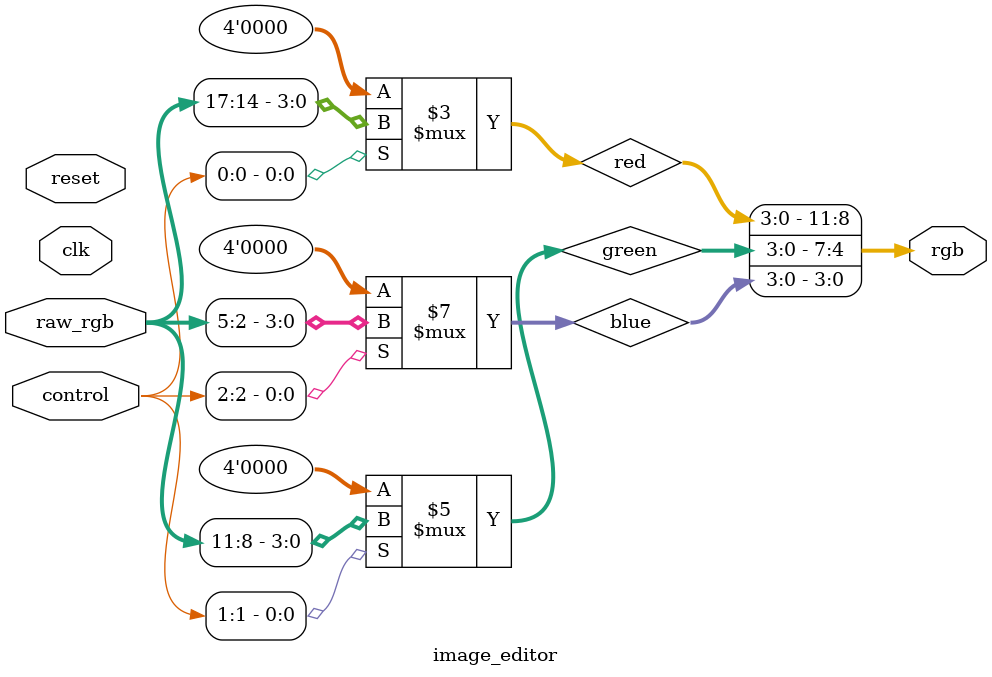
<source format=sv>
`timescale 1ns / 1ps

/* /////////////// Instance Template ////////////////////

    image_editor instance_name(
      .clk(),
      .reset(),
      .control(),
      .raw_rgb(),
      .rgb()
    );
    
*/ ////////////////////////////////////////////////////////

module image_editor(
    input clk,
    input reset,
    input [2:0] control,
    input [17:0] raw_rgb,
    output [11:0] rgb
    );
    
    logic [3:0] red, green, blue;
    
    assign rgb = {red, green, blue};
    
    always_comb begin
        red = (control[0] == 1'b1) ? raw_rgb[17:14] : 4'd0;
        green = (control[1] == 1'b1) ? raw_rgb[11:8] : 4'd0;
        blue = (control[2] == 1'b1) ? raw_rgb[5:2] : 4'd0; 
    end
    
endmodule

</source>
